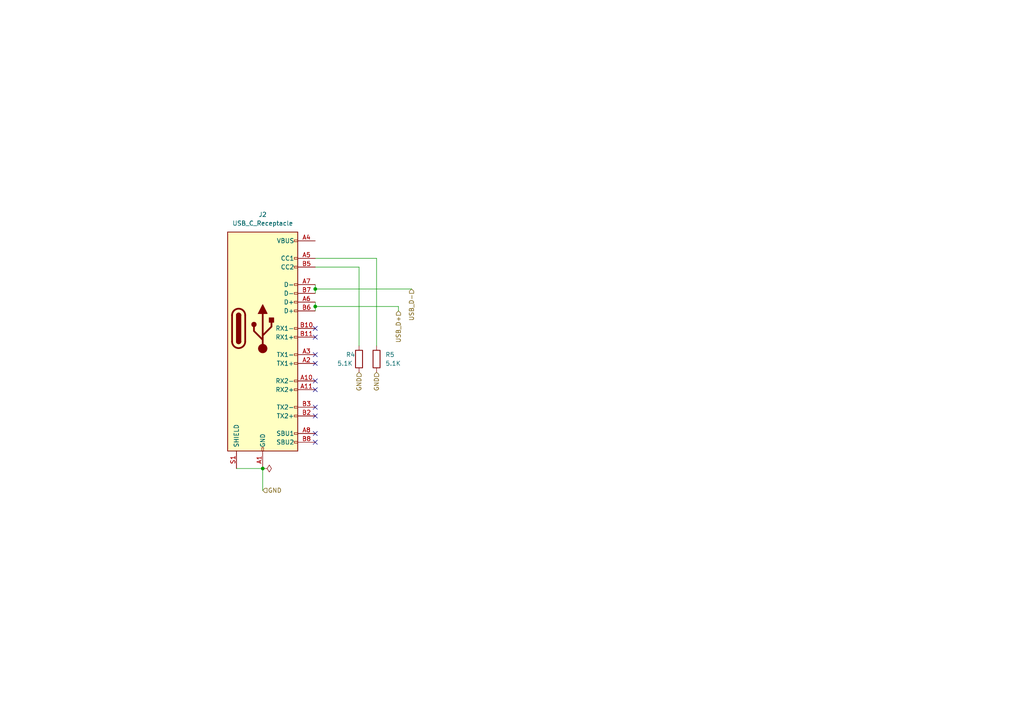
<source format=kicad_sch>
(kicad_sch (version 20230121) (generator eeschema)
  (paper "A4")
  (lib_symbols
    (symbol "Connector:USB_C_Receptacle" (pin_names (offset 1.016))
      (property "Reference" "J" (at -10.16 29.21 0))
      (property "Value" "USB_C_Receptacle" (at 10.16 29.21 0))
      (symbol "USB_C_Receptacle_0_0"
        (rectangle (start -0.254 -35.56) (end 0.254 -34.544))
        (rectangle (start 10.16 -32.766) (end 9.144 -33.274))
        (rectangle (start 10.16 -30.226) (end 9.144 -30.734))
        (rectangle (start 10.16 -25.146) (end 9.144 -25.654))
        (rectangle (start 10.16 -22.606) (end 9.144 -23.114))
        (rectangle (start 10.16 -17.526) (end 9.144 -18.034))
        (rectangle (start 10.16 -14.986) (end 9.144 -15.494))
        (rectangle (start 10.16 -9.906) (end 9.144 -10.414))
        (rectangle (start 10.16 -7.366) (end 9.144 -7.874))
        (rectangle (start 10.16 -2.286) (end 9.144 -2.794))
        (rectangle (start 10.16 0.254) (end 9.144 -0.254))
        (rectangle (start 10.16 5.334) (end 9.144 4.826))
        (rectangle (start 10.16 7.874) (end 9.144 7.366))
        (rectangle (start 10.16 10.414) (end 9.144 9.906))
        (rectangle (start 10.16 12.954) (end 9.144 12.446))
        (rectangle (start 10.16 18.034) (end 9.144 17.526))
        (rectangle (start 10.16 20.574) (end 9.144 20.066))
        (rectangle (start 10.16 25.654) (end 9.144 25.146))
      )
      (symbol "USB_C_Receptacle_0_1"
        (rectangle (start -10.16 27.94) (end 10.16 -35.56) (stroke (width 0.254)) (fill (type background)))
        (arc (start -8.89 -3.81) (mid -6.985 -5.7067) (end -5.08 -3.81) (stroke (width 0.508)))
        (arc (start -7.62 -3.81) (mid -6.985 -4.4423) (end -6.35 -3.81) (stroke (width 0.254)))
        (arc (start -7.62 -3.81) (mid -6.985 -4.4423) (end -6.35 -3.81) (stroke (width 0.254)) (fill (type outline)))
        (rectangle (start -7.62 -3.81) (end -6.35 3.81) (stroke (width 0.254)) (fill (type outline)))
        (arc (start -6.35 3.81) (mid -6.985 4.4423) (end -7.62 3.81) (stroke (width 0.254)))
        (arc (start -6.35 3.81) (mid -6.985 4.4423) (end -7.62 3.81) (stroke (width 0.254)) (fill (type outline)))
        (arc (start -5.08 3.81) (mid -6.985 5.7067) (end -8.89 3.81) (stroke (width 0.508)))
        (polyline (pts (xy -8.89 -3.81) (xy -8.89 3.81)) (stroke (width 0.508)))
        (polyline (pts (xy -5.08 3.81) (xy -5.08 -3.81)) (stroke (width 0.508)))
      )
      (symbol "USB_C_Receptacle_1_1"
        (circle (center -2.54 1.143) (radius 0.635) (stroke (width 0.254)) (fill (type outline)))
        (circle (center 0 -5.842) (radius 1.27) (fill (type outline)))
        (polyline (pts (xy 0 -5.842) (xy 0 4.318)) (stroke (width 0.508)))
        (polyline (pts (xy 0 -3.302) (xy -2.54 -0.762) (xy -2.54 0.508)) (stroke (width 0.508)))
        (polyline (pts (xy 0 -2.032) (xy 2.54 0.508) (xy 2.54 1.778)) (stroke (width 0.508)))
        (polyline (pts (xy -1.27 4.318) (xy 0 6.858) (xy 1.27 4.318) (xy -1.27 4.318)) (stroke (width 0.254)) (fill (type outline)))
        (rectangle (start 1.905 1.778) (end 3.175 3.048) (stroke (width 0.254)) (fill (type outline)))
        (pin passive line (at 0 -40.64 90) (length 5.08) (name "GND") (number "A1"))
        (pin bidirectional line (at 15.24 -15.24 180) (length 5.08) (name "RX2-") (number "A10"))
        (pin bidirectional line (at 15.24 -17.78 180) (length 5.08) (name "RX2+") (number "A11"))
        (pin passive line (at 0 -40.64 90) (length 5.08) hide (name "GND") (number "A12"))
        (pin bidirectional line (at 15.24 -10.16 180) (length 5.08) (name "TX1+") (number "A2"))
        (pin bidirectional line (at 15.24 -7.62 180) (length 5.08) (name "TX1-") (number "A3"))
        (pin passive line (at 15.24 25.4 180) (length 5.08) (name "VBUS") (number "A4"))
        (pin bidirectional line (at 15.24 20.32 180) (length 5.08) (name "CC1") (number "A5"))
        (pin bidirectional line (at 15.24 7.62 180) (length 5.08) (name "D+") (number "A6"))
        (pin bidirectional line (at 15.24 12.7 180) (length 5.08) (name "D-") (number "A7"))
        (pin bidirectional line (at 15.24 -30.48 180) (length 5.08) (name "SBU1") (number "A8"))
        (pin passive line (at 15.24 25.4 180) (length 5.08) hide (name "VBUS") (number "A9"))
        (pin passive line (at 0 -40.64 90) (length 5.08) hide (name "GND") (number "B1"))
        (pin bidirectional line (at 15.24 0 180) (length 5.08) (name "RX1-") (number "B10"))
        (pin bidirectional line (at 15.24 -2.54 180) (length 5.08) (name "RX1+") (number "B11"))
        (pin passive line (at 0 -40.64 90) (length 5.08) hide (name "GND") (number "B12"))
        (pin bidirectional line (at 15.24 -25.4 180) (length 5.08) (name "TX2+") (number "B2"))
        (pin bidirectional line (at 15.24 -22.86 180) (length 5.08) (name "TX2-") (number "B3"))
        (pin passive line (at 15.24 25.4 180) (length 5.08) hide (name "VBUS") (number "B4"))
        (pin bidirectional line (at 15.24 17.78 180) (length 5.08) (name "CC2") (number "B5"))
        (pin bidirectional line (at 15.24 5.08 180) (length 5.08) (name "D+") (number "B6"))
        (pin bidirectional line (at 15.24 10.16 180) (length 5.08) (name "D-") (number "B7"))
        (pin bidirectional line (at 15.24 -33.02 180) (length 5.08) (name "SBU2") (number "B8"))
        (pin passive line (at 15.24 25.4 180) (length 5.08) hide (name "VBUS") (number "B9"))
        (pin passive line (at -7.62 -40.64 90) (length 5.08) (name "SHIELD") (number "S1"))
      )
    )
    (symbol "Device:R" (pin_numbers hide) (pin_names (offset 0))
      (property "Reference" "R" (at 2.032 0 90))
      (property "Value" "R" (at 0 0 90))
      (symbol "R_0_1"
        (rectangle (start -1.016 -2.54) (end 1.016 2.54) (stroke (width 0.254)))
      )
      (symbol "R_1_1"
        (pin passive line (at 0 3.81 270) (length 1.27) (name "~") (number "1"))
        (pin passive line (at 0 -3.81 90) (length 1.27) (name "~") (number "2"))
      )
    )
    (symbol "power:PWR_FLAG" (power) (pin_numbers hide) (pin_names (offset 0) hide)
      (property "Value" "PWR_FLAG" (at 0 3.81 0))
      (symbol "PWR_FLAG_0_0"
        (pin power_out line (at 0 0 90) (length 0) (name "pwr") (number "1"))
      )
      (symbol "PWR_FLAG_0_1"
        (polyline (pts (xy 0 0) (xy 0 1.27) (xy -1.016 1.905) (xy 0 2.54) (xy 1.016 1.905) (xy 0 1.27)))
      )
    )
  )
  (junction (at 91.44 83.82))
  (junction (at 91.44 88.9))
  (junction (at 76.2 135.89))
  (no_connect (at 91.44 113.03))
  (no_connect (at 91.44 120.65))
  (no_connect (at 91.44 97.79))
  (no_connect (at 91.44 105.41))
  (no_connect (at 91.44 125.73))
  (no_connect (at 91.44 118.11))
  (no_connect (at 91.44 95.25))
  (no_connect (at 91.44 110.49))
  (no_connect (at 91.44 102.87))
  (no_connect (at 91.44 128.27))
  (wire (pts (xy 68.58 135.89) (xy 76.2 135.89)))
  (wire (pts (xy 91.44 74.93) (xy 109.22 74.93)))
  (wire (pts (xy 109.22 74.93) (xy 109.22 100.33)))
  (wire (pts (xy 91.44 83.82) (xy 119.38 83.82)))
  (wire (pts (xy 91.44 83.82) (xy 91.44 85.09)))
  (wire (pts (xy 91.44 88.9) (xy 115.57 88.9)))
  (wire (pts (xy 91.44 77.47) (xy 104.14 77.47)))
  (wire (pts (xy 115.57 90.17) (xy 115.57 88.9)))
  (wire (pts (xy 104.14 77.47) (xy 104.14 100.33)))
  (wire (pts (xy 76.2 135.89) (xy 76.2 142.24)))
  (wire (pts (xy 91.44 87.63) (xy 91.44 88.9)))
  (wire (pts (xy 91.44 82.55) (xy 91.44 83.82)))
  (wire (pts (xy 91.44 88.9) (xy 91.44 90.17)))
  (hierarchical_label "USB_D-" (shape input) (at 119.38 83.82 270))
  (hierarchical_label "GND" (shape input) (at 76.2 142.24 0))
  (hierarchical_label "USB_D+" (shape input) (at 115.57 90.17 270))
  (hierarchical_label "GND" (shape input) (at 104.14 107.95 270))
  (hierarchical_label "GND" (shape input) (at 109.22 107.95 270))
  (symbol (lib_id "Device:R") (at 109.22 104.14 0) (unit 1)
    (property "Reference" "R5" (at 111.76 102.87 0) (effects (justify left)))
    (property "Value" "5.1K" (at 111.76 105.41 0) (effects (justify left)))
    (property "Footprint" "Resistor_THT:R_Axial_DIN0207_L6.3mm_D2.5mm_P10.16mm_Horizontal" (effects hide))
    (instances (project "USBC" (path "" (reference "R5") (unit 1)) (path "" (reference "R9") (unit 1))))
  )
  (symbol (lib_id "Device:R") (at 104.14 104.14 0) (unit 1)
    (property "Reference" "R4" (at 100.33 102.87 0) (effects (justify left)))
    (property "Value" "5.1K" (at 97.79 105.41 0) (effects (justify left)))
    (property "Footprint" "Resistor_THT:R_Axial_DIN0207_L6.3mm_D2.5mm_P10.16mm_Horizontal" (effects hide))
    (instances (project "USBC" (path "" (reference "R4") (unit 1)) (path "" (reference "R8") (unit 1))))
  )
  (symbol (lib_id "power:PWR_FLAG") (at 76.2 135.89 270) (unit 1)
    (property "Reference" "#FLG02" (effects hide))
    (property "Value" "PWR_FLAG" (effects hide))
    (instances (project "USBC" (path "" (reference "#FLG02") (unit 1)) (path "" (reference "#FLG03") (unit 1))))
  )
  (symbol (lib_id "Connector:USB_C_Receptacle") (at 76.2 95.25 0) (unit 1)
    (property "Reference" "J2" (at 76.2 62.23 0))
    (property "Value" "USB_C_Receptacle" (at 76.2 64.77 0))
    (property "Footprint" "Connector_USB:USB_C_Receptacle_Molex_105450-0101" (effects hide))
    (property "Datasheet" "https://www.usb.org/sites/default/files/documents/usb_type-c.zip" (effects hide))
    (instances (project "USBC" (path "" (reference "J2") (unit 1)) (path "" (reference "J1") (unit 1))))
  )
)
</source>
